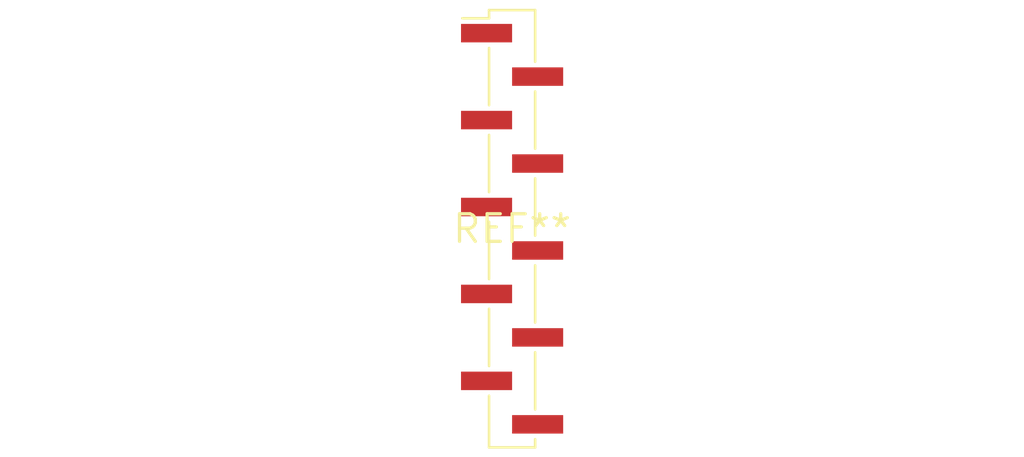
<source format=kicad_pcb>
(kicad_pcb (version 20240108) (generator pcbnew)
  (layers (0 "F.Cu" signal) (31 "B.Cu" signal) (34 "B.Paste" user) (35 "F.Paste" user) (36 "B.SilkS" user "B.Silkscreen") (37 "F.SilkS" user "F.Silkscreen") (38 "B.Mask" user) (39 "F.Mask" user) (44 "Edge.Cuts" user))
  (net 0 "")
  (footprint "PinHeader_1x10_P2.00mm_Vertical_SMD_Pin1Left" (layer "F.Cu") (at 0 0)
    (property "Reference" "REF**")
    (property "Value" "PinHeader_1x10_P2.00mm_Vertical_SMD_Pin1Left")
    (fp_line (start -1.06 -10.06) (end -1.06 -9.685) (layer "F.SilkS") (stroke (width 0.12)))
    (fp_line (start -1.06 -10.06) (end 1.06 -10.06) (layer "F.SilkS") (stroke (width 0.12)))
    (fp_line (start -1.06 -9.685) (end -2.29 -9.685) (layer "F.SilkS") (stroke (width 0.12)))
    (fp_line (start -1.06 -8.315) (end -1.06 -5.685) (layer "F.SilkS") (stroke (width 0.12)))
    (fp_line (start -1.06 -4.315) (end -1.06 -1.685) (layer "F.SilkS") (stroke (width 0.12)))
    (fp_line (start -1.06 -0.315) (end -1.06 2.315) (layer "F.SilkS") (stroke (width 0.12)))
    (fp_line (start -1.06 3.685) (end -1.06 6.315) (layer "F.SilkS") (stroke (width 0.12)))
    (fp_line (start -1.06 7.685) (end -1.06 10.06) (layer "F.SilkS") (stroke (width 0.12)))
    (fp_line (start -1.06 10.06) (end 1.06 10.06) (layer "F.SilkS") (stroke (width 0.12)))
    (fp_line (start 1.06 -10.06) (end 1.06 -7.685) (layer "F.SilkS") (stroke (width 0.12)))
    (fp_line (start 1.06 -6.315) (end 1.06 -3.685) (layer "F.SilkS") (stroke (width 0.12)))
    (fp_line (start 1.06 -2.315) (end 1.06 0.315) (layer "F.SilkS") (stroke (width 0.12)))
    (fp_line (start 1.06 1.685) (end 1.06 4.315) (layer "F.SilkS") (stroke (width 0.12)))
    (fp_line (start 1.06 5.685) (end 1.06 8.315) (layer "F.SilkS") (stroke (width 0.12)))
    (fp_line (start 1.06 9.685) (end 1.06 10.06) (layer "F.SilkS") (stroke (width 0.12)))
    (pad "1" smd rect (at -1.175 -9) (size 2.35 0.85) (layers "F.Cu" "F.Paste" "F.Mask"))
    (pad "2" smd rect (at 1.175 -7) (size 2.35 0.85) (layers "F.Cu" "F.Paste" "F.Mask"))
    (pad "3" smd rect (at -1.175 -5) (size 2.35 0.85) (layers "F.Cu" "F.Paste" "F.Mask"))
    (pad "4" smd rect (at 1.175 -3) (size 2.35 0.85) (layers "F.Cu" "F.Paste" "F.Mask"))
    (pad "5" smd rect (at -1.175 -1) (size 2.35 0.85) (layers "F.Cu" "F.Paste" "F.Mask"))
    (pad "6" smd rect (at 1.175 1) (size 2.35 0.85) (layers "F.Cu" "F.Paste" "F.Mask"))
    (pad "7" smd rect (at -1.175 3) (size 2.35 0.85) (layers "F.Cu" "F.Paste" "F.Mask"))
    (pad "8" smd rect (at 1.175 5) (size 2.35 0.85) (layers "F.Cu" "F.Paste" "F.Mask"))
    (pad "9" smd rect (at -1.175 7) (size 2.35 0.85) (layers "F.Cu" "F.Paste" "F.Mask"))
    (pad "10" smd rect (at 1.175 9) (size 2.35 0.85) (layers "F.Cu" "F.Paste" "F.Mask"))
  )
)
</source>
